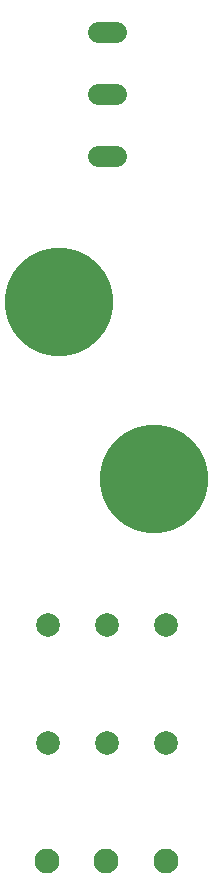
<source format=gts>
G04 Layer: TopSolderMaskLayer*
G04 EasyEDA v6.4.25, 2021-12-02T14:12:09+11:00*
G04 a67cddfb3fce44daa9051d46cbbcc19f,10*
G04 Gerber Generator version 0.2*
G04 Scale: 100 percent, Rotated: No, Reflected: No *
G04 Dimensions in millimeters *
G04 leading zeros omitted , absolute positions ,4 integer and 5 decimal *
%FSLAX45Y45*%
%MOMM*%

%ADD17C,1.8016*%
%ADD18C,2.1016*%
%ADD19C,2.0016*%
%ADD20C,9.2032*%

%LPD*%
D17*
X924999Y8525002D02*
G01*
X1074999Y8525002D01*
X924999Y7995005D02*
G01*
X1074999Y7995005D01*
X924999Y7474991D02*
G01*
X1074999Y7474991D01*
D18*
G01*
X495935Y1499996D03*
G01*
X996822Y1499996D03*
G01*
X1504061Y1499996D03*
D19*
G01*
X1499996Y3499993D03*
G01*
X999997Y3499993D03*
G01*
X999997Y2499995D03*
G01*
X499998Y2499995D03*
G01*
X499998Y3499993D03*
G01*
X1499996Y2499995D03*
D20*
G01*
X599998Y6237300D03*
G01*
X1399997Y4737303D03*
M02*

</source>
